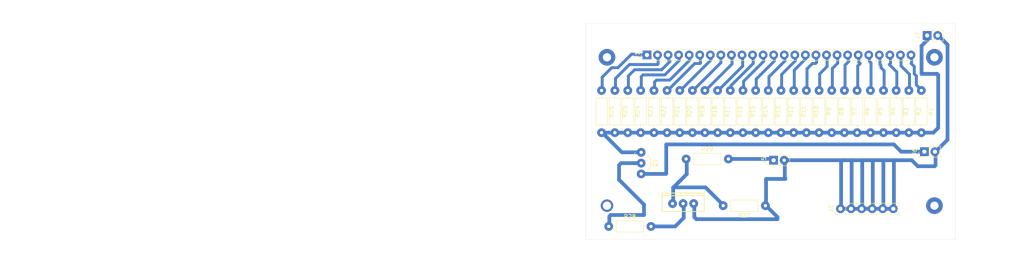
<source format=kicad_pcb>
(kicad_pcb (version 20240108) (generator "pcbnew") (generator_version "8.0")
  (layers (0 "F.Cu" signal) (31 "B.Cu" signal) (34 "B.Paste" user) (35 "F.Paste" user) (36 "B.SilkS" user "B.Silkscreen") (37 "F.SilkS" user "F.Silkscreen") (38 "B.Mask" user) (39 "F.Mask" user) (44 "Edge.Cuts" user))
  (net 0 "")
  (net 1 "Net-(J2-Pin_1)")
  (net 2 "Net-(J1-Pin_9)")
  (net 3 "Net-(J1-Pin_15)")
  (net 4 "Net-(J1-Pin_21)")
  (net 5 "Net-(J1-Pin_14)")
  (net 6 "Net-(J1-Pin_19)")
  (net 7 "Net-(J1-Pin_11)")
  (net 8 "Net-(J1-Pin_26)")
  (net 9 "Net-(J1-Pin_24)")
  (net 10 "Net-(J1-Pin_23)")
  (net 11 "Net-(J1-Pin_7)")
  (net 12 "Net-(J1-Pin_5)")
  (net 13 "Net-(J1-Pin_20)")
  (net 14 "Net-(J1-Pin_8)")
  (net 15 "Net-(J1-Pin_17)")
  (net 16 "Net-(J1-Pin_25)")
  (net 17 "Net-(J1-Pin_6)")
  (net 18 "Net-(J1-Pin_1)")
  (net 19 "Net-(J1-Pin_3)")
  (net 20 "Net-(J1-Pin_4)")
  (net 21 "Net-(J1-Pin_10)")
  (net 22 "Net-(J1-Pin_22)")
  (net 23 "Net-(J1-Pin_13)")
  (net 24 "Net-(J1-Pin_18)")
  (net 25 "Net-(J1-Pin_2)")
  (net 26 "Net-(J1-Pin_16)")
  (net 27 "Net-(J1-Pin_12)")
  (net 28 "Net-(J5-Pin_1)")
  (net 29 "Net-(J6-Pin_1)")
  (net 30 "Net-(J7-Pin_1)")
  (net 31 "Net-(Q1-B)")
  (net 32 "Net-(Q2-G)")
  (net 33 "Net-(Q2-D)")
  (footprint "Resistor_THT:R_Axial_DIN0207_L6.3mm_D2.5mm_P10.16mm_Horizontal" (layer "F.Cu") (at 149.1 69.5 -90)
    (property "Reference" "R1" (at 5.08 -2.37 90) (layer "F.SilkS"))
    (property "Value" "120")
    (pad "1" thru_hole circle (at 0 0 270) (size 2.1 2.1) (drill 0.8) (layers "*.Cu" "*.Mask") (net 8 "Net-(J1-Pin_26)"))
    (pad "2" thru_hole circle (at 10.16 0 270) (size 2.1 2.1) (drill 0.8) (layers "*.Cu" "*.Mask") (net 30 "Net-(J7-Pin_1)"))
  )
  (footprint "Resistor_THT:R_Axial_DIN0207_L6.3mm_D2.5mm_P10.16mm_Horizontal" (layer "F.Cu") (at 106.2 69.5 -90)
    (property "Reference" "R15" (at 5.08 -2.37 90) (layer "F.SilkS"))
    (property "Value" "120")
    (pad "1" thru_hole circle (at 0 0 270) (size 2.1 2.1) (drill 0.8) (layers "*.Cu" "*.Mask") (net 27 "Net-(J1-Pin_12)"))
    (pad "2" thru_hole circle (at 10.16 0 270) (size 2.1 2.1) (drill 0.8) (layers "*.Cu" "*.Mask") (net 30 "Net-(J7-Pin_1)"))
  )
  (footprint "Resistor_THT:R_Axial_DIN0207_L6.3mm_D2.5mm_P10.16mm_Horizontal" (layer "F.Cu") (at 121.45 69.5 -90)
    (property "Reference" "R10" (at 5.08 -2.37 90) (layer "F.SilkS"))
    (property "Value" "120")
    (pad "1" thru_hole circle (at 0 0 270) (size 2.1 2.1) (drill 0.8) (layers "*.Cu" "*.Mask") (net 15 "Net-(J1-Pin_17)"))
    (pad "2" thru_hole circle (at 10.16 0 270) (size 2.1 2.1) (drill 0.8) (layers "*.Cu" "*.Mask") (net 30 "Net-(J7-Pin_1)"))
  )
  (footprint "Resistor_THT:R_Axial_DIN0207_L6.3mm_D2.5mm_P10.16mm_Horizontal" (layer "F.Cu") (at 127.55 69.5 -90)
    (property "Reference" "R8" (at 5.08 -2.37 90) (layer "F.SilkS"))
    (property "Value" "120")
    (pad "1" thru_hole circle (at 0 0 270) (size 2.1 2.1) (drill 0.8) (layers "*.Cu" "*.Mask") (net 6 "Net-(J1-Pin_19)"))
    (pad "2" thru_hole circle (at 10.16 0 270) (size 2.1 2.1) (drill 0.8) (layers "*.Cu" "*.Mask") (net 30 "Net-(J7-Pin_1)"))
  )
  (footprint "Resistor_THT:R_Axial_DIN0207_L6.3mm_D2.5mm_P10.16mm_Horizontal" (layer "F.Cu") (at 84.8 69.5 -90)
    (property "Reference" "R22" (at 5.08 -2.37 90) (layer "F.SilkS"))
    (property "Value" "120")
    (pad "1" thru_hole circle (at 0 0 270) (size 2.1 2.1) (drill 0.8) (layers "*.Cu" "*.Mask") (net 12 "Net-(J1-Pin_5)"))
    (pad "2" thru_hole circle (at 10.16 0 270) (size 2.1 2.1) (drill 0.8) (layers "*.Cu" "*.Mask") (net 30 "Net-(J7-Pin_1)"))
  )
  (footprint "Resistor_THT:R_Axial_DIN0207_L6.3mm_D2.5mm_P10.16mm_Horizontal" (layer "F.Cu") (at 97.05 69.5 -90)
    (property "Reference" "R18" (at 5.08 -2.37 90) (layer "F.SilkS"))
    (property "Value" "120")
    (pad "1" thru_hole circle (at 0 0 270) (size 2.1 2.1) (drill 0.8) (layers "*.Cu" "*.Mask") (net 2 "Net-(J1-Pin_9)"))
    (pad "2" thru_hole circle (at 10.16 0 270) (size 2.1 2.1) (drill 0.8) (layers "*.Cu" "*.Mask") (net 30 "Net-(J7-Pin_1)"))
  )
  (footprint "Resistor_THT:R_Axial_DIN0207_L6.3mm_D2.5mm_P10.16mm_Horizontal" (layer "F.Cu") (at 146.1 69.5 -90)
    (property "Reference" "R2" (at 5.08 -2.37 90) (layer "F.SilkS"))
    (property "Value" "120")
    (pad "1" thru_hole circle (at 0 0 270) (size 2.1 2.1) (drill 0.8) (layers "*.Cu" "*.Mask") (net 16 "Net-(J1-Pin_25)"))
    (pad "2" thru_hole circle (at 10.16 0 270) (size 2.1 2.1) (drill 0.8) (layers "*.Cu" "*.Mask") (net 30 "Net-(J7-Pin_1)"))
  )
  (footprint "Resistor_THT:R_Axial_DIN0207_L6.3mm_D2.5mm_P10.16mm_Horizontal" (layer "F.Cu") (at 112.3 69.5 -90)
    (property "Reference" "R13" (at 5.08 -2.37 90) (layer "F.SilkS"))
    (property "Value" "120")
    (pad "1" thru_hole circle (at 0 0 270) (size 2.1 2.1) (drill 0.8) (layers "*.Cu" "*.Mask") (net 5 "Net-(J1-Pin_14)"))
    (pad "2" thru_hole circle (at 10.16 0 270) (size 2.1 2.1) (drill 0.8) (layers "*.Cu" "*.Mask") (net 30 "Net-(J7-Pin_1)"))
  )
  (footprint "Resistor_THT:R_Axial_DIN0207_L6.3mm_D2.5mm_P10.16mm_Horizontal" (layer "F.Cu") (at 92.535 86)
    (property "Reference" "R29" (at 5.08 -2.37 0) (layer "F.SilkS"))
    (property "Value" "10k")
    (pad "1" thru_hole circle (at 0 0) (size 2.1 2.1) (drill 0.8) (layers "*.Cu" "*.Mask") (net 32 "Net-(Q2-G)"))
    (pad "2" thru_hole circle (at 10.16 0) (size 2.1 2.1) (drill 0.8) (layers "*.Cu" "*.Mask") (net 28 "Net-(J5-Pin_1)"))
  )
  (footprint "Resistor_THT:R_Axial_DIN0207_L6.3mm_D2.5mm_P10.16mm_Horizontal" (layer "F.Cu") (at 115.35 69.5 -90)
    (property "Reference" "R12" (at 5.08 -2.37 90) (layer "F.SilkS"))
    (property "Value" "120")
    (pad "1" thru_hole circle (at 0 0 270) (size 2.1 2.1) (drill 0.8) (layers "*.Cu" "*.Mask") (net 3 "Net-(J1-Pin_15)"))
    (pad "2" thru_hole circle (at 10.16 0 270) (size 2.1 2.1) (drill 0.8) (layers "*.Cu" "*.Mask") (net 30 "Net-(J7-Pin_1)"))
  )
  (footprint "Connector_PinHeader_2.54mm:PinHeader_1x06_P2.54mm_Vertical" (layer "F.Cu") (at 129.65 98 90)
    (property "Reference" "J2" (at 0 -2.33 90) (layer "F.SilkS"))
    (property "Value" "GROUND")
    (pad "1" thru_hole circle (at 0 0 90) (size 2.1 2.1) (drill 1) (layers "*.Cu" "*.Mask") (net 1 "Net-(J2-Pin_1)"))
    (pad "2" thru_hole circle (at 0 2.54 90) (size 2.1 2.1) (drill 1) (layers "*.Cu" "*.Mask") (net 1 "Net-(J2-Pin_1)"))
    (pad "3" thru_hole circle (at 0 5.08 90) (size 2.1 2.1) (drill 1) (layers "*.Cu" "*.Mask") (net 1 "Net-(J2-Pin_1)"))
    (pad "4" thru_hole circle (at 0 7.62 90) (size 2.1 2.1) (drill 1) (layers "*.Cu" "*.Mask") (net 1 "Net-(J2-Pin_1)"))
    (pad "5" thru_hole circle (at 0 10.16 90) (size 2.1 2.1) (drill 1) (layers "*.Cu" "*.Mask") (net 1 "Net-(J2-Pin_1)"))
    (pad "6" thru_hole circle (at 0 12.7 90) (size 2.1 2.1) (drill 1) (layers "*.Cu" "*.Mask") (net 1 "Net-(J2-Pin_1)"))
  )
  (footprint "Resistor_THT:R_Axial_DIN0207_L6.3mm_D2.5mm_P10.16mm_Horizontal" (layer "F.Cu") (at 73.92 102.25)
    (property "Reference" "R28" (at 5.08 -2.37 0) (layer "F.SilkS"))
    (property "Value" "46")
    (pad "1" thru_hole circle (at 0 0) (size 2.1 2.1) (drill 0.8) (layers "*.Cu" "*.Mask") (net 31 "Net-(Q1-B)"))
    (pad "2" thru_hole circle (at 10.16 0) (size 2.1 2.1) (drill 0.8) (layers "*.Cu" "*.Mask") (net 33 "Net-(Q2-D)"))
  )
  (footprint "Resistor_THT:R_Axial_DIN0207_L6.3mm_D2.5mm_P10.16mm_Horizontal" (layer "F.Cu") (at 111.6 97.25 180)
    (property "Reference" "R27" (at 5.08 -2.37 0) (layer "F.SilkS"))
    (property "Value" "10k")
    (pad "1" thru_hole circle (at 0 0 180) (size 2.1 2.1) (drill 0.8) (layers "*.Cu" "*.Mask") (net 1 "Net-(J2-Pin_1)"))
    (pad "2" thru_hole circle (at 10.16 0 180) (size 2.1 2.1) (drill 0.8) (layers "*.Cu" "*.Mask") (net 32 "Net-(Q2-G)"))
  )
  (footprint "Connector_PinHeader_2.54mm:PinHeader_1x02_P2.54mm_Vertical" (layer "F.Cu") (at 149.825 84.25 90)
    (property "Reference" "J6" (at 0 -2.33 90) (layer "F.SilkS"))
    (property "Value" "5V,GND POWER")
    (pad "1" thru_hole rect (at 0 0 90) (size 2.1 2.1) (drill 1) (layers "*.Cu" "*.Mask") (net 29 "Net-(J6-Pin_1)"))
    (pad "2" thru_hole circle (at 0 2.54 90) (size 2.1 2.1) (drill 1) (layers "*.Cu" "*.Mask") (net 1 "Net-(J2-Pin_1)"))
  )
  (footprint "Resistor_THT:R_Axial_DIN0207_L6.3mm_D2.5mm_P10.16mm_Horizontal" (layer "F.Cu") (at 72.2 69.5 -90)
    (property "Reference" "R26" (at 5.08 -2.37 90) (layer "F.SilkS"))
    (property "Value" "120")
    (pad "1" thru_hole circle (at 0 0 270) (size 2.1 2.1) (drill 0.8) (layers "*.Cu" "*.Mask") (net 18 "Net-(J1-Pin_1)"))
    (pad "2" thru_hole oval (at 10.16 0 270) (size 2.1 2.1) (drill 0.8) (layers "*.Cu" "*.Mask") (net 30 "Net-(J7-Pin_1)"))
  )
  (footprint "Resistor_THT:R_Axial_DIN0207_L6.3mm_D2.5mm_P10.16mm_Horizontal" (layer "F.Cu") (at 140 69.5 -90)
    (property "Reference" "R4" (at 5.08 -2.37 90) (layer "F.SilkS"))
    (property "Value" "120")
    (pad "1" thru_hole circle (at 0 0 270) (size 2.1 2.1) (drill 0.8) (layers "*.Cu" "*.Mask") (net 10 "Net-(J1-Pin_23)"))
    (pad "2" thru_hole circle (at 10.16 0 270) (size 2.1 2.1) (drill 0.8) (layers "*.Cu" "*.Mask") (net 30 "Net-(J7-Pin_1)"))
  )
  (footprint "Connector_PinHeader_2.54mm:PinHeader_1x02_P2.54mm_Vertical" (layer "F.Cu") (at 150.5 56.25 90)
    (property "Reference" "J7" (at 0 -2.33 90) (layer "F.SilkS"))
    (property "Value" "DCP LED OUT ")
    (pad "1" thru_hole rect (at 0 0 90) (size 2.1 2.1) (drill 1) (layers "*.Cu" "*.Mask") (net 30 "Net-(J7-Pin_1)"))
    (pad "2" thru_hole circle (at 0 2.54 90) (size 2.1 2.1) (drill 1) (layers "*.Cu" "*.Mask") (net 1 "Net-(J2-Pin_1)"))
  )
  (footprint "Resistor_THT:R_Axial_DIN0207_L6.3mm_D2.5mm_P10.16mm_Horizontal" (layer "F.Cu") (at 81.6 69.5 -90)
    (property "Reference" "R23" (at 5.08 -2.37 90) (layer "F.SilkS"))
    (property "Value" "120")
    (pad "1" thru_hole circle (at 0 0 270) (size 2.1 2.1) (drill 0.8) (layers "*.Cu" "*.Mask") (net 20 "Net-(J1-Pin_4)"))
    (pad "2" thru_hole circle (at 10.16 0 270) (size 2.1 2.1) (drill 0.8) (layers "*.Cu" "*.Mask") (net 30 "Net-(J7-Pin_1)"))
  )
  (footprint "SparkFun-Semiconductor-Standard:TO-220-3" (layer "F.Cu") (at 91.81 96.75)
    (property "Reference" "Q2")
    (property "Value" "IRLZ44N")
    (pad "1" thru_hole circle (at -2.54 0) (size 2.1 2.1) (drill 0.8) (layers "*.Cu" "*.Mask") (net 32 "Net-(Q2-G)"))
    (pad "2" thru_hole circle (at 0 0) (size 2.1 2.1) (drill 0.8) (layers "*.Cu" "*.Mask") (net 33 "Net-(Q2-D)"))
    (pad "3" thru_hole circle (at 2.54 0) (size 2.1 2.1) (drill 0.8) (layers "*.Cu" "*.Mask") (net 1 "Net-(J2-Pin_1)"))
  )
  (footprint "digikey-footprints:TO-92-3_Formed_Leads" (layer "F.Cu") (at 81.725 84.4 -90)
    (property "Reference" "Q1" (at 2.6 -3.35 90) (layer "F.SilkS"))
    (property "Value" "BC557")
    (pad "1" thru_hole circle (at 0 0 270) (size 2.1 2.1) (drill 0.8) (layers "*.Cu" "*.Mask") (net 30 "Net-(J7-Pin_1)"))
    (pad "2" thru_hole circle (at 2.6 0 270) (size 2.1 2.1) (drill 0.8) (layers "*.Cu" "*.Mask") (net 31 "Net-(Q1-B)"))
    (pad "3" thru_hole circle (at 5.2 0 270) (size 2.1 2.1) (drill 0.8) (layers "*.Cu" "*.Mask") (net 29 "Net-(J6-Pin_1)"))
  )
  (footprint "Connector_PinHeader_2.54mm:PinHeader_1x26_P2.54mm_Vertical" (layer "F.Cu") (at 83.11 60.95 90)
    (property "Reference" "J1" (at 0 -2.33 90) (layer "F.SilkS"))
    (property "Value" "LEDS OUT + PWM")
    (pad "1" thru_hole rect (at 0 0 90) (size 2.1 2.1) (drill 1) (layers "*.Cu" "*.Mask") (net 18 "Net-(J1-Pin_1)"))
    (pad "2" thru_hole circle (at 0 2.54 90) (size 2.1 2.1) (drill 1) (layers "*.Cu" "*.Mask") (net 25 "Net-(J1-Pin_2)"))
    (pad "3" thru_hole circle (at 0 5.08 90) (size 2.1 2.1) (drill 1) (layers "*.Cu" "*.Mask") (net 19 "Net-(J1-Pin_3)"))
    (pad "4" thru_hole circle (at 0 7.62 90) (size 2.1 2.1) (drill 1) (layers "*.Cu" "*.Mask") (net 20 "Net-(J1-Pin_4)"))
    (pad "5" thru_hole circle (at 0 10.16 90) (size 2.1 2.1) (drill 1) (layers "*.Cu" "*.Mask") (net 12 "Net-(J1-Pin_5)"))
    (pad "6" thru_hole circle (at 0 12.7 90) (size 2.1 2.1) (drill 1) (layers "*.Cu" "*.Mask") (net 17 "Net-(J1-Pin_6)"))
    (pad "7" thru_hole oval (at 0 15.24 90) (size 2.1 2.1) (drill 1) (layers "*.Cu" "*.Mask") (net 11 "Net-(J1-Pin_7)"))
    (pad "8" thru_hole oval (at 0 17.78 90) (size 2.1 2.1) (drill 1) (layers "*.Cu" "*.Mask") (net 14 "Net-(J1-Pin_8)"))
    (pad "9" thru_hole oval (at 0 20.32 90) (size 2.1 2.1) (drill 1) (layers "*.Cu" "*.Mask") (net 2 "Net-(J1-Pin_9)"))
    (pad "10" thru_hole circle (at 0 22.86 90) (size 2.1 2.1) (drill 1) (layers "*.Cu" "*.Mask") (net 21 "Net-(J1-Pin_10)"))
    (pad "11" thru_hole circle (at 0 25.4 90) (size 2.1 2.1) (drill 1) (layers "*.Cu" "*.Mask") (net 7 "Net-(J1-Pin_11)"))
    (pad "12" thru_hole oval (at 0 27.94 90) (size 2.1 2.1) (drill 1) (layers "*.Cu" "*.Mask") (net 27 "Net-(J1-Pin_12)"))
    (pad "13" thru_hole circle (at 0 30.48 90) (size 2.1 2.1) (drill 1) (layers "*.Cu" "*.Mask") (net 23 "Net-(J1-Pin_13)"))
    (pad "14" thru_hole oval (at 0 33.02 90) (size 2.1 2.1) (drill 1) (layers "*.Cu" "*.Mask") (net 5 "Net-(J1-Pin_14)"))
    (pad "15" thru_hole circle (at 0 35.56 90) (size 2.1 2.1) (drill 1) (layers "*.Cu" "*.Mask") (net 3 "Net-(J1-Pin_15)"))
    (pad "16" thru_hole circle (at 0 38.1 90) (size 2.1 2.1) (drill 1) (layers "*.Cu" "*.Mask") (net 26 "Net-(J1-Pin_16)"))
    (pad "17" thru_hole circle (at 0 40.64 90) (size 2.1 2.1) (drill 1) (layers "*.Cu" "*.Mask") (net 15 "Net-(J1-Pin_17)"))
    (pad "18" thru_hole circle (at 0 43.18 90) (size 2.1 2.1) (drill 1) (layers "*.Cu" "*.Mask") (net 24 "Net-(J1-Pin_18)"))
    (pad "19" thru_hole circle (at 0 45.72 90) (size 2.1 2.1) (drill 1) (layers "*.Cu" "*.Mask") (net 6 "Net-(J1-Pin_19)"))
    (pad "20" thru_hole circle (at 0 48.26 90) (size 2.1 2.1) (drill 1) (layers "*.Cu" "*.Mask") (net 13 "Net-(J1-Pin_20)"))
    (pad "21" thru_hole oval (at 0 50.8 90) (size 2.1 2.1) (drill 1) (layers "*.Cu" "*.Mask") (net 4 "Net-(J1-Pin_21)"))
    (pad "22" thru_hole circle (at 0 53.34 90) (size 2.1 2.1) (drill 1) (layers "*.Cu" "*.Mask") (net 22 "Net-(J1-Pin_22)"))
    (pad "23" thru_hole circle (at 0 55.88 90) (size 2.1 2.1) (drill 1) (layers "*.Cu" "*.Mask") (net 10 "Net-(J1-Pin_23)"))
    (pad "24" thru_hole circle (at 0 58.42 90) (size 2.1 2.1) (drill 1) (layers "*.Cu" "*.Mask") (net 9 "Net-(J1-Pin_24)"))
    (pad "25" thru_hole oval (at 0 60.96 90) (size 2.1 2.1) (drill 1) (layers "*.Cu" "*.Mask") (net 16 "Net-(J1-Pin_25)"))
    (pad "26" thru_hole circle (at 0 63.5 90) (size 2.1 2.1) (drill 1) (layers "*.Cu" "*.Mask") (net 8 "Net-(J1-Pin_26)"))
  )
  (footprint "Resistor_THT:R_Axial_DIN0207_L6.3mm_D2.5mm_P10.16mm_Horizontal" (layer "F.Cu") (at 75.4 69.5 -90)
    (property "Reference" "R25" (at 5.08 -2.37 90) (layer "F.SilkS"))
    (property "Value" "120")
    (pad "1" thru_hole circle (at 0 0 270) (size 2.1 2.1) (drill 0.8) (layers "*.Cu" "*.Mask") (net 25 "Net-(J1-Pin_2)"))
    (pad "2" thru_hole oval (at 10.16 0 270) (size 2.1 2.1) (drill 0.8) (layers "*.Cu" "*.Mask") (net 30 "Net-(J7-Pin_1)"))
  )
  (footprint "Resistor_THT:R_Axial_DIN0207_L6.3mm_D2.5mm_P10.16mm_Horizontal" (layer "F.Cu") (at 91 69.5 -90)
    (property "Reference" "R20" (at 5.08 -2.37 90) (layer "F.SilkS"))
    (property "Value" "120")
    (pad "1" thru_hole circle (at 0 0 270) (size 2.1 2.1) (drill 0.8) (layers "*.Cu" "*.Mask") (net 11 "Net-(J1-Pin_7)"))
    (pad "2" thru_hole circle (at 10.16 0 270) (size 2.1 2.1) (drill 0.8) (layers "*.Cu" "*.Mask") (net 30 "Net-(J7-Pin_1)"))
  )
  (footprint "Resistor_THT:R_Axial_DIN0207_L6.3mm_D2.5mm_P10.16mm_Horizontal" (layer "F.Cu") (at 87.95 69.5 -90)
    (property "Reference" "R21" (at 5.08 -2.37 90) (layer "F.SilkS"))
    (property "Value" "120")
    (pad "1" thru_hole circle (at 0 0 270) (size 2.1 2.1) (drill 0.8) (layers "*.Cu" "*.Mask") (net 17 "Net-(J1-Pin_6)"))
    (pad "2" thru_hole circle (at 10.16 0 270) (size 2.1 2.1) (drill 0.8) (layers "*.Cu" "*.Mask") (net 30 "Net-(J7-Pin_1)"))
  )
  (footprint "Resistor_THT:R_Axial_DIN0207_L6.3mm_D2.5mm_P10.16mm_Horizontal" (layer "F.Cu") (at 100.1 69.5 -90)
    (property "Reference" "R17" (at 5.08 -2.37 90) (layer "F.SilkS"))
    (property "Value" "120")
    (pad "1" thru_hole circle (at 0 0 270) (size 2.1 2.1) (drill 0.8) (layers "*.Cu" "*.Mask") (net 21 "Net-(J1-Pin_10)"))
    (pad "2" thru_hole circle (at 10.16 0 270) (size 2.1 2.1) (drill 0.8) (layers "*.Cu" "*.Mask") (net 30 "Net-(J7-Pin_1)"))
  )
  (footprint "Resistor_THT:R_Axial_DIN0207_L6.3mm_D2.5mm_P10.16mm_Horizontal" (layer "F.Cu") (at 78.5 69.5 -90)
    (property "Reference" "R24" (at 5.08 -2.37 90) (layer "F.SilkS"))
    (property "Value" "120")
    (pad "1" thru_hole circle (at 0 0 270) (size 2.1 2.1) (drill 0.8) (layers "*.Cu" "*.Mask") (net 19 "Net-(J1-Pin_3)"))
    (pad "2" thru_hole circle (at 10.16 0 270) (size 2.1 2.1) (drill 0.8) (layers "*.Cu" "*.Mask") (net 30 "Net-(J7-Pin_1)"))
  )
  (footprint "Resistor_THT:R_Axial_DIN0207_L6.3mm_D2.5mm_P10.16mm_Horizontal" (layer "F.Cu") (at 124.5 69.5 -90)
    (property "Reference" "R9" (at 5.08 -2.37 90) (layer "F.SilkS"))
    (property "Value" "120")
    (pad "1" thru_hole circle (at 0 0 270) (size 2.1 2.1) (drill 0.8) (layers "*.Cu" "*.Mask") (net 24 "Net-(J1-Pin_18)"))
    (pad "2" thru_hole circle (at 10.16 0 270) (size 2.1 2.1) (drill 0.8) (layers "*.Cu" "*.Mask") (net 30 "Net-(J7-Pin_1)"))
  )
  (footprint "Resistor_THT:R_Axial_DIN0207_L6.3mm_D2.5mm_P10.16mm_Horizontal" (layer "F.Cu") (at 136.85 69.5 -90)
    (property "Reference" "R5" (at 5.08 -2.37 90) (layer "F.SilkS"))
    (property "Value" "120")
    (pad "1" thru_hole circle (at 0 0 270) (size 2.1 2.1) (drill 0.8) (layers "*.Cu" "*.Mask") (net 22 "Net-(J1-Pin_22)"))
    (pad "2" thru_hole circle (at 10.16 0 270) (size 2.1 2.1) (drill 0.8) (layers "*.Cu" "*.Mask") (net 30 "Net-(J7-Pin_1)"))
  )
  (footprint "Connector_PinHeader_2.54mm:PinHeader_1x02_P2.54mm_Vertical" (layer "F.Cu") (at 113.575 86.3 90)
    (property "Reference" "J5" (at 0 -2.33 90) (layer "F.SilkS"))
    (property "Value" "MCU PWM, GND")
    (pad "1" thru_hole rect (at 0 0 90) (size 2.1 2.1) (drill 1) (layers "*.Cu" "*.Mask") (net 28 "Net-(J5-Pin_1)"))
    (pad "2" thru_hole circle (at 0 2.54 90) (size 2.1 2.1) (drill 0.8) (layers "*.Cu" "*.Mask") (net 1 "Net-(J2-Pin_1)"))
  )
  (footprint "Resistor_THT:R_Axial_DIN0207_L6.3mm_D2.5mm_P10.16mm_Horizontal" (layer "F.Cu") (at 94.05 69.5 -90)
    (property "Reference" "R19" (at 5.08 -2.37 90) (layer "F.SilkS"))
    (property "Value" "120")
    (pad "1" thru_hole circle (at 0 0 270) (size 2.1 2.1) (drill 0.8) (layers "*.Cu" "*.Mask") (net 14 "Net-(J1-Pin_8)"))
    (pad "2" thru_hole circle (at 10.16 0 270) (size 2.1 2.1) (drill 0.8) (layers "*.Cu" "*.Mask") (net 30 "Net-(J7-Pin_1)"))
  )
  (footprint "Resistor_THT:R_Axial_DIN0207_L6.3mm_D2.5mm_P10.16mm_Horizontal" (layer "F.Cu") (at 133.65 69.5 -90)
    (property "Reference" "R6" (at 5.08 -2.37 90) (layer "F.SilkS"))
    (property "Value" "120")
    (pad "1" thru_hole circle (at 0 0 270) (size 2.1 2.1) (drill 0.8) (layers "*.Cu" "*.Mask") (net 4 "Net-(J1-Pin_21)"))
    (pad "2" thru_hole circle (at 10.16 0 270) (size 2.1 2.1) (drill 0.8) (layers "*.Cu" "*.Mask") (net 30 "Net-(J7-Pin_1)"))
  )
  (footprint "Resistor_THT:R_Axial_DIN0207_L6.3mm_D2.5mm_P10.16mm_Horizontal" (layer "F.Cu") (at 143.05 69.5 -90)
    (property "Reference" "R3" (at 5.08 -2.37 90) (layer "F.SilkS"))
    (property "Value" "120")
    (pad "1" thru_hole circle (at 0 0 270) (size 2.1 2.1) (drill 0.8) (layers "*.Cu" "*.Mask") (net 9 "Net-(J1-Pin_24)"))
    (pad "2" thru_hole circle (at 10.16 0 270) (size 2.1 2.1) (drill 0.8) (layers "*.Cu" "*.Mask") (net 30 "Net-(J7-Pin_1)"))
  )
  (footprint "Resistor_THT:R_Axial_DIN0207_L6.3mm_D2.5mm_P10.16mm_Horizontal" (layer "F.Cu") (at 109.25 69.5 -90)
    (property "Reference" "R14" (at 5.08 -2.37 90) (layer "F.SilkS"))
    (property "Value" "120")
    (pad "1" thru_hole circle (at 0 0 270) (size 2.1 2.1) (drill 0.8) (layers "*.Cu" "*.Mask") (net 23 "Net-(J1-Pin_13)"))
    (pad "2" thru_hole circle (at 10.16 0 270) (size 2.1 2.1) (drill 0.8) (layers "*.Cu" "*.Mask") (net 30 "Net-(J7-Pin_1)"))
  )
  (footprint "Resistor_THT:R_Axial_DIN0207_L6.3mm_D2.5mm_P10.16mm_Horizontal" (layer "F.Cu") (at 103.15 69.5 -90)
    (property "Reference" "R16" (at 5.08 -2.37 90) (layer "F.SilkS"))
    (property "Value" "120")
    (pad "1" thru_hole circle (at 0 0 270) (size 2.1 2.1) (drill 0.8) (layers "*.Cu" "*.Mask") (net 7 "Net-(J1-Pin_11)"))
    (pad "2" thru_hole circle (at 10.16 0 270) (size 2.1 2.1) (drill 0.8) (layers "*.Cu" "*.Mask") (net 30 "Net-(J7-Pin_1)"))
  )
  (footprint "Resistor_THT:R_Axial_DIN0207_L6.3mm_D2.5mm_P10.16mm_Horizontal" (layer "F.Cu") (at 118.4 69.5 -90)
    (property "Reference" "R11" (at 5.08 -2.37 90) (layer "F.SilkS"))
    (property "Value" "120")
    (pad "1" thru_hole circle (at 0 0 270) (size 2.1 2.1) (drill 0.8) (layers "*.Cu" "*.Mask") (net 26 "Net-(J1-Pin_16)"))
    (pad "2" thru_hole circle (at 10.16 0 270) (size 2.1 2.1) (drill 0.8) (layers "*.Cu" "*.Mask") (net 30 "Net-(J7-Pin_1)"))
  )
  (footprint "Resistor_THT:R_Axial_DIN0207_L6.3mm_D2.5mm_P10.16mm_Horizontal" (layer "F.Cu") (at 130.6 69.5 -90)
    (property "Reference" "R7" (at 5.08 -2.37 90) (layer "F.SilkS"))
    (property "Value" "120")
    (pad "1" thru_hole circle (at 0 0 270) (size 2.1 2.1) (drill 0.8) (layers "*.Cu" "*.Mask") (net 13 "Net-(J1-Pin_20)"))
    (pad "2" thru_hole circle (at 10.16 0 270) (size 2.1 2.1) (drill 0.8) (layers "*.Cu" "*.Mask") (net 30 "Net-(J7-Pin_1)"))
  )
  (gr_rect (start 68.4 53.3) (end 157.3 105.4) (stroke (width 0.05)) (fill none) (layer "Edge.Cuts"))
  (via (at 73.5 61.5) (size 4) (drill 2) (layers "F.Cu" "B.Cu") (net 0))
  (via (at 152.25 61.5) (size 4) (drill 2) (layers "F.Cu" "B.Cu") (net 0))
  (via (at 73.5 97.25) (size 3) (drill 2) (layers "F.Cu" "B.Cu") (net 0))
  (segment (start 114.5 100.5) (end 114.5 100) (width 0.9) (layer "B.Cu") (net 1))
  (segment (start 155.4 81.365) (end 152.515 84.25) (width 0.9) (layer "B.Cu") (net 1))
  (segment (start 94.5 100) (end 95 100.5) (width 0.9) (layer "B.Cu") (net 1))
  (segment (start 95 100.5) (end 114.5 100.5) (width 0.9) (layer "B.Cu") (net 1))
  (segment (start 129.8 98) (end 142.5 98) (width 0.9) (layer "B.Cu") (net 1))
  (segment (start 130.25 86.3) (end 132.5 86.3) (width 0.9) (layer "B.Cu") (net 1))
  (segment (start 139.96 98) (end 139.96 86.51) (width 0.9) (layer "B.Cu") (net 1))
  (segment (start 116.335 90.815) (end 116.4 90.75) (width 0.9) (layer "B.Cu") (net 1))
  (segment (start 137.25 86.3) (end 139.75 86.3) (width 0.9) (layer "B.Cu") (net 1))
  (segment (start 148.25 87.75) (end 152.28 87.75) (width 0.9) (layer "B.Cu") (net 1))
  (segment (start 153.19 56.25) (end 155.4 58.46) (width 0.9) (layer "B.Cu") (net 1))
  (segment (start 111.75 97.25) (end 111.75 90.815) (width 0.9) (layer "B.Cu") (net 1))
  (segment (start 142.5 86.3) (end 146.8 86.3) (width 0.9) (layer "B.Cu") (net 1))
  (segment (start 142.5 98) (end 142.5 86.3) (width 0.9) (layer "B.Cu") (net 1))
  (segment (start 116.265 86.3) (end 130.25 86.3) (width 0.9) (layer "B.Cu") (net 1))
  (segment (start 114.5 100) (end 111.75 97.25) (width 0.9) (layer "B.Cu") (net 1))
  (segment (start 129.8 86.75) (end 130.25 86.3) (width 0.9) (layer "B.Cu") (net 1))
  (segment (start 134.88 98) (end 134.88 86.43) (width 0.9) (layer "B.Cu") (net 1))
  (segment (start 132.34 86.46) (end 132.5 86.3) (width 0.9) (layer "B.Cu") (net 1))
  (segment (start 139.96 86.51) (end 139.75 86.3) (width 0.9) (layer "B.Cu") (net 1))
  (segment (start 146.8 86.3) (end 148.25 87.75) (width 0.9) (layer "B.Cu") (net 1))
  (segment (start 129.8 98) (end 129.8 86.75) (width 0.9) (layer "B.Cu") (net 1))
  (segment (start 139.75 86.3) (end 142.5 86.3) (width 0.9) (layer "B.Cu") (net 1))
  (segment (start 152.515 87.515) (end 152.515 84.25) (width 0.9) (layer "B.Cu") (net 1))
  (segment (start 132.5 86.3) (end 134.75 86.3) (width 0.9) (layer "B.Cu") (net 1))
  (segment (start 111.75 90.815) (end 116.335 90.815) (width 0.9) (layer "B.Cu") (net 1))
  (segment (start 137.42 98) (end 137.42 86.47) (width 0.9) (layer "B.Cu") (net 1))
  (segment (start 116.4 90.75) (end 116.265 90.615) (width 0.9) (layer "B.Cu") (net 1))
  (segment (start 134.75 86.3) (end 137.25 86.3) (width 0.9) (layer "B.Cu") (net 1))
  (segment (start 134.88 86.43) (end 134.75 86.3) (width 0.9) (layer "B.Cu") (net 1))
  (segment (start 94.5 96.75) (end 94.5 100) (width 0.9) (layer "B.Cu") (net 1))
  (segment (start 116.265 90.615) (end 116.265 86.3) (width 0.9) (layer "B.Cu") (net 1))
  (segment (start 137.42 86.47) (end 137.25 86.3) (width 0.9) (layer "B.Cu") (net 1))
  (segment (start 132.34 98) (end 132.34 86.46) (width 0.9) (layer "B.Cu") (net 1))
  (segment (start 152.28 87.75) (end 152.515 87.515) (width 0.9) (layer "B.Cu") (net 1))
  (segment (start 155.4 58.46) (end 155.4 81.365) (width 0.9) (layer "B.Cu") (net 1))
  (segment (start 103.58 63.12) (end 103.58 60.95) (width 0.7) (layer "B.Cu") (net 2))
  (segment (start 97.2 69.5) (end 103.58 63.12) (width 0.7) (layer "B.Cu") (net 2))
  (segment (start 118.82 62.33) (end 118.82 60.95) (width 0.7) (layer "B.Cu") (net 3))
  (segment (start 115.5 69.5) (end 115.5 65.65) (width 0.7) (layer "B.Cu") (net 3))
  (segment (start 115.5 65.65) (end 118.82 62.33) (width 0.7) (layer "B.Cu") (net 3))
  (segment (start 134.4 63) (end 134.06 62.66) (width 0.7) (layer "B.Cu") (net 4))
  (segment (start 133.8 69.5) (end 133.8 63.6) (width 0.7) (layer "B.Cu") (net 4))
  (segment (start 133.8 63.6) (end 134.4 63) (width 0.7) (layer "B.Cu") (net 4))
  (segment (start 134.06 62.66) (end 134.06 60.95) (width 0.7) (layer "B.Cu") (net 4))
  (segment (start 112.45 69.5) (end 112.45 66.2) (width 0.7) (layer "B.Cu") (net 5))
  (segment (start 112.45 66.2) (end 116.28 62.37) (width 0.7) (layer "B.Cu") (net 5))
  (segment (start 116.28 62.37) (end 116.28 60.95) (width 0.7) (layer "B.Cu") (net 5))
  (segment (start 128.98 62.92) (end 128.98 60.95) (width 0.7) (layer "B.Cu") (net 6))
  (segment (start 127.7 69.5) (end 127.7 64.2) (width 0.7) (layer "B.Cu") (net 6))
  (segment (start 127.7 64.2) (end 128.98 62.92) (width 0.7) (layer "B.Cu") (net 6))
  (segment (start 103.3 68.35) (end 108.66 62.99) (width 0.7) (layer "B.Cu") (net 7))
  (segment (start 108.66 62.99) (end 108.66 60.95) (width 0.7) (layer "B.Cu") (net 7))
  (segment (start 103.3 69.5) (end 103.3 68.35) (width 0.7) (layer "B.Cu") (net 7))
  (segment (start 146.76 62.89) (end 146.76 60.95) (width 0.7) (layer "B.Cu") (net 8))
  (segment (start 147.4 63.75) (end 146.65 63) (width 0.7) (layer "B.Cu") (net 8))
  (segment (start 147.9 68.15) (end 147.9 66) (width 0.7) (layer "B.Cu") (net 8))
  (segment (start 147.4 65.5) (end 147.4 63.75) (width 0.7) (layer "B.Cu") (net 8))
  (segment (start 146.65 63) (end 146.76 62.89) (width 0.7) (layer "B.Cu") (net 8))
  (segment (start 149.25 69.5) (end 147.9 68.15) (width 0.7) (layer "B.Cu") (net 8))
  (segment (start 147.9 66) (end 147.4 65.5) (width 0.7) (layer "B.Cu") (net 8))
  (segment (start 143.2 65.05) (end 141.4 63.25) (width 0.7) (layer "B.Cu") (net 9))
  (segment (start 143.2 69.5) (end 143.2 65.05) (width 0.7) (layer "B.Cu") (net 9))
  (segment (start 141.68 62.97) (end 141.68 60.95) (width 0.7) (layer "B.Cu") (net 9))
  (segment (start 141.4 63.25) (end 141.68 62.97) (width 0.7) (layer "B.Cu") (net 9))
  (segment (start 140.15 64.75) (end 139.4 64) (width 0.7) (layer "B.Cu") (net 10))
  (segment (start 139.14 63.24) (end 139.14 60.95) (width 0.7) (layer "B.Cu") (net 10))
  (segment (start 140.15 69.5) (end 140.15 64.75) (width 0.7) (layer "B.Cu") (net 10))
  (segment (start 139.4 64) (end 139.4 63.5) (width 0.7) (layer "B.Cu") (net 10))
  (segment (start 139.4 63.5) (end 139.14 63.24) (width 0.7) (layer "B.Cu") (net 10))
  (segment (start 98.5 62.15) (end 98.5 60.95) (width 0.7) (layer "B.Cu") (net 11))
  (segment (start 91.15 69.5) (end 98.5 62.15) (width 0.7) (layer "B.Cu") (net 11))
  (segment (start 84.95 67.45) (end 85.4 67) (width 0.7) (layer "B.Cu") (net 12))
  (segment (start 88.572081 67) (end 93.42 62.152081) (width 0.7) (layer "B.Cu") (net 12))
  (segment (start 85.4 67) (end 88.572081 67) (width 0.7) (layer "B.Cu") (net 12))
  (segment (start 84.95 69.5) (end 84.95 67.45) (width 0.7) (layer "B.Cu") (net 12))
  (segment (start 93.42 62.152081) (end 93.42 60.95) (width 0.7) (layer "B.Cu") (net 12))
  (segment (start 130.75 69.5) (end 130.75 63.4) (width 0.7) (layer "B.Cu") (net 13))
  (segment (start 131.52 62.37) (end 131.52 60.95) (width 0.7) (layer "B.Cu") (net 13))
  (segment (start 130.75 63.4) (end 131.65 62.5) (width 0.7) (layer "B.Cu") (net 13))
  (segment (start 131.65 62.5) (end 131.52 62.37) (width 0.7) (layer "B.Cu") (net 13))
  (segment (start 100.9 62.8) (end 100.9 61.09) (width 0.7) (layer "B.Cu") (net 14))
  (segment (start 100.9 61.09) (end 101.04 60.95) (width 0.7) (layer "B.Cu") (net 14))
  (segment (start 94.2 69.5) (end 100.9 62.8) (width 0.7) (layer "B.Cu") (net 14))
  (segment (start 123.65 63) (end 123.9 62.75) (width 0.7) (layer "B.Cu") (net 15))
  (segment (start 121.6 64.3) (end 122.9 63) (width 0.7) (layer "B.Cu") (net 15))
  (segment (start 122.9 63) (end 123.65 63) (width 0.7) (layer "B.Cu") (net 15))
  (segment (start 123.9 62.75) (end 123.9 60.95) (width 0.7) (layer "B.Cu") (net 15))
  (segment (start 121.6 69.5) (end 121.6 64.3) (width 0.7) (layer "B.Cu") (net 15))
  (segment (start 144.22 63.57) (end 144.22 60.95) (width 0.7) (layer "B.Cu") (net 16))
  (segment (start 146.25 65.6) (end 144.22 63.57) (width 0.7) (layer "B.Cu") (net 16))
  (segment (start 146.25 69.5) (end 146.25 65.6) (width 0.7) (layer "B.Cu") (net 16))
  (segment (start 88.1 69.5) (end 94.6 63) (width 0.7) (layer "B.Cu") (net 17))
  (segment (start 95.9 63) (end 95.96 62.94) (width 0.7) (layer "B.Cu") (net 17))
  (segment (start 95.96 62.94) (end 95.96 60.95) (width 0.7) (layer "B.Cu") (net 17))
  (segment (start 94.6 63) (end 95.9 63) (width 0.7) (layer "B.Cu") (net 17))
  (segment (start 72.35 66.3) (end 74.65 64) (width 0.7) (layer "B.Cu") (net 18))
  (segment (start 74.65 64) (end 76.15 64) (width 0.7) (layer "B.Cu") (net 18))
  (segment (start 80.15 60.75) (end 80.35 60.95) (width 0.7) (layer "B.Cu") (net 18))
  (segment (start 72.35 69.5) (end 72.35 66.3) (width 0.7) (layer "B.Cu") (net 18))
  (segment (start 76.15 64) (end 79.4 60.75) (width 0.7) (layer "B.Cu") (net 18))
  (segment (start 80.35 60.95) (end 83.26 60.95) (width 0.7) (layer "B.Cu") (net 18))
  (segment (start 79.4 60.75) (end 80.15 60.75) (width 0.7) (layer "B.Cu") (net 18))
  (segment (start 78.65 66) (end 80.15 64.5) (width 0.7) (layer "B.Cu") (net 19))
  (segment (start 78.65 69.5) (end 78.65 66) (width 0.7) (layer "B.Cu") (net 19))
  (segment (start 88.34 62.19) (end 88.34 60.95) (width 0.7) (layer "B.Cu") (net 19))
  (segment (start 80.15 64.5) (end 86.65 64.5) (width 0.7) (layer "B.Cu") (net 19))
  (segment (start 86.65 64.5) (end 88.65 62.5) (width 0.7) (layer "B.Cu") (net 19))
  (segment (start 88.65 62.5) (end 88.34 62.19) (width 0.7) (layer "B.Cu") (net 19))
  (segment (start 81.75 66.15) (end 82.15 65.75) (width 0.7) (layer "B.Cu") (net 20))
  (segment (start 87.4 65.75) (end 90.88 62.27) (width 0.7) (layer "B.Cu") (net 20))
  (segment (start 90.88 62.27) (end 90.88 60.95) (width 0.7) (layer "B.Cu") (net 20))
  (segment (start 81.75 69.5) (end 81.75 66.15) (width 0.7) (layer "B.Cu") (net 20))
  (segment (start 82.15 65.75) (end 87.4 65.75) (width 0.7) (layer "B.Cu") (net 20))
  (segment (start 106.12 63.63) (end 106.12 60.95) (width 0.7) (layer "B.Cu") (net 21))
  (segment (start 100.25 69.5) (end 106.12 63.63) (width 0.7) (layer "B.Cu") (net 21))
  (segment (start 137 69.5) (end 137 62.85) (width 0.7) (layer "B.Cu") (net 22))
  (segment (start 136.6 62.45) (end 136.6 60.95) (width 0.7) (layer "B.Cu") (net 22))
  (segment (start 137 62.85) (end 136.6 62.45) (width 0.7) (layer "B.Cu") (net 22))
  (segment (start 109.4 66.75) (end 113.74 62.41) (width 0.7) (layer "B.Cu") (net 23))
  (segment (start 113.74 62.41) (end 113.74 60.95) (width 0.7) (layer "B.Cu") (net 23))
  (segment (start 109.4 69.5) (end 109.4 66.75) (width 0.7) (layer "B.Cu") (net 23))
  (segment (start 124.65 65.5) (end 126.44 63.71) (width 0.7) (layer "B.Cu") (net 24))
  (segment (start 124.65 69.5) (end 124.65 65.5) (width 0.7) (layer "B.Cu") (net 24))
  (segment (start 126.44 63.71) (end 126.44 60.95) (width 0.7) (layer "B.Cu") (net 24))
  (segment (start 78.9 63.25) (end 85.65 63.25) (width 0.7) (layer "B.Cu") (net 25))
  (segment (start 75.55 69.5) (end 75.55 66.6) (width 0.7) (layer "B.Cu") (net 25))
  (segment (start 75.55 66.6) (end 78.9 63.25) (width 0.7) (layer "B.Cu") (net 25))
  (segment (start 85.65 63.25) (end 85.8 63.1) (width 0.7) (layer "B.Cu") (net 25))
  (segment (start 85.8 63.1) (end 85.8 60.95) (width 0.7) (layer "B.Cu") (net 25))
  (segment (start 118.55 64.6) (end 121.36 61.79) (width 0.7) (layer "B.Cu") (net 26))
  (segment (start 121.36 61.79) (end 121.36 60.95) (width 0.7) (layer "B.Cu") (net 26))
  (segment (start 118.55 69.5) (end 118.55 64.6) (width 0.7) (layer "B.Cu") (net 26))
  (segment (start 111.2 62.45) (end 111.2 60.95) (width 0.7) (layer "B.Cu") (net 27))
  (segment (start 106.35 67.3) (end 111.2 62.45) (width 0.7) (layer "B.Cu") (net 27))
  (segment (start 106.35 69.5) (end 106.35 67.3) (width 0.7) (layer "B.Cu") (net 27))
  (segment (start 102.845 86) (end 113.425 86) (width 0.9) (layer "B.Cu") (net 28))
  (segment (start 113.425 86) (end 113.725 86.3) (width 0.5) (layer "B.Cu") (net 28))
  (segment (start 144.25 84.25) (end 149.975 84.25) (width 0.9) (layer "B.Cu") (net 29))
  (segment (start 87.75 89.5) (end 87.75 82.5) (width 0.9) (layer "B.Cu") (net 29))
  (segment (start 87.65 89.6) (end 87.75 89.5) (width 0.9) (layer "B.Cu") (net 29))
  (segment (start 142.5 82.5) (end 144.25 84.25) (width 0.9) (layer "B.Cu") (net 29))
  (segment (start 87.75 82.5) (end 142.5 82.5) (width 0.9) (layer "B.Cu") (net 29))
  (segment (start 81.875 89.6) (end 87.65 89.6) (width 0.9) (layer "B.Cu") (net 29))
  (segment (start 81.875 84.4) (end 77.09 84.4) (width 0.9) (layer "B.Cu") (net 30))
  (segment (start 150.65 56.25) (end 150.65 57.25) (width 0.9) (layer "B.Cu") (net 30))
  (segment (start 72.35 79.66) (end 149.25 79.66) (width 0.9) (layer "B.Cu") (net 30))
  (segment (start 151.99 79.66) (end 149.25 79.66) (width 0.9) (layer "B.Cu") (net 30))
  (segment (start 152.9 65.5) (end 153.15 65.75) (width 0.9) (layer "B.Cu") (net 30))
  (segment (start 150.65 57.25) (end 149.15 58.75) (width 0.9) (layer "B.Cu") (net 30))
  (segment (start 77.09 84.4) (end 72.35 79.66) (width 0.9) (layer "B.Cu") (net 30))
  (segment (start 149.15 65.5) (end 152.9 65.5) (width 0.9) (layer "B.Cu") (net 30))
  (segment (start 153.15 78.5) (end 151.99 79.66) (width 0.9) (layer "B.Cu") (net 30))
  (segment (start 153.15 65.75) (end 153.15 78.5) (width 0.9) (layer "B.Cu") (net 30))
  (segment (start 149.15 58.75) (end 149.15 65.5) (width 0.9) (layer "B.Cu") (net 30))
  (via (at 152.25 97.25) (size 4) (drill 2) (layers "F.Cu" "B.Cu") (net 31))
  (segment (start 76.9 87) (end 76.4 87.5) (width 0.9) (layer "B.Cu") (net 31))
  (segment (start 82.4 99.5) (end 74.4 99.5) (width 0.9) (layer "B.Cu") (net 31))
  (segment (start 76.4 91) (end 82.4 97) (width 0.9) (layer "B.Cu") (net 31))
  (segment (start 76.4 87.5) (end 76.4 91) (width 0.9) (layer "B.Cu") (net 31))
  (segment (start 82.4 97) (end 82.4 99.5) (width 0.9) (layer "B.Cu") (net 31))
  (segment (start 74.07 99.83) (end 74.07 102.25) (width 0.9) (layer "B.Cu") (net 31))
  (segment (start 81.875 87) (end 76.9 87) (width 0.9) (layer "B.Cu") (net 31))
  (segment (start 74.4 99.5) (end 74.07 99.83) (width 0.9) (layer "B.Cu") (net 31))
  (segment (start 92.685 89.655) (end 92.685 86) (width 0.9) (layer "B.Cu") (net 32))
  (segment (start 89.42 92.92) (end 89.42 96.75) (width 0.9) (layer "B.Cu") (net 32))
  (segment (start 89.495 92.845) (end 97.185 92.845) (width 0.9) (layer "B.Cu") (net 32))
  (segment (start 89.42 92.92) (end 92.685 89.655) (width 0.9) (layer "B.Cu") (net 32))
  (segment (start 97.185 92.845) (end 101.59 97.25) (width 0.9) (layer "B.Cu") (net 32))
  (segment (start 89.42 92.92) (end 89.495 92.845) (width 0.9) (layer "B.Cu") (net 32))
  (segment (start 89.9 102.25) (end 84.23 102.25) (width 0.9) (layer "B.Cu") (net 33))
  (segment (start 91.96 96.75) (end 91.96 100.19) (width 0.9) (layer "B.Cu") (net 33))
  (segment (start 91.96 100.19) (end 89.9 102.25) (width 0.9) (layer "B.Cu") (net 33))
)
</source>
